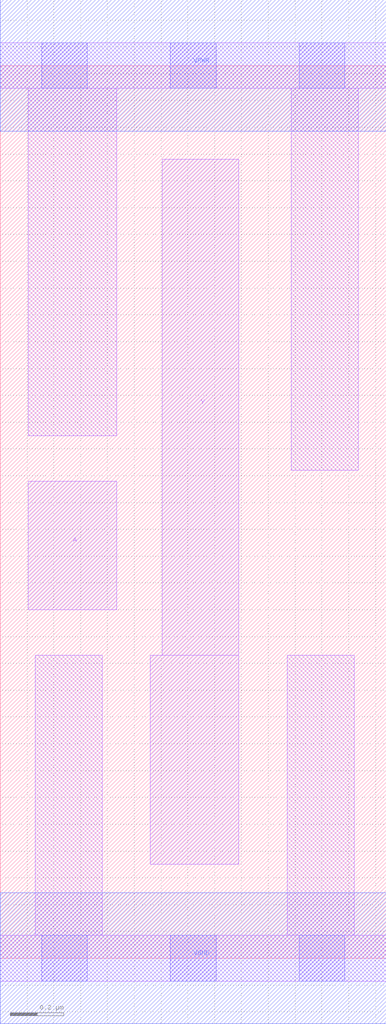
<source format=lef>
# Copyright 2020 The SkyWater PDK Authors
#
# Licensed under the Apache License, Version 2.0 (the "License");
# you may not use this file except in compliance with the License.
# You may obtain a copy of the License at
#
#     https://www.apache.org/licenses/LICENSE-2.0
#
# Unless required by applicable law or agreed to in writing, software
# distributed under the License is distributed on an "AS IS" BASIS,
# WITHOUT WARRANTIES OR CONDITIONS OF ANY KIND, either express or implied.
# See the License for the specific language governing permissions and
# limitations under the License.
#
# SPDX-License-Identifier: Apache-2.0

VERSION 5.7 ;
  NOWIREEXTENSIONATPIN ON ;
  DIVIDERCHAR "/" ;
  BUSBITCHARS "[]" ;
UNITS
  DATABASE MICRONS 200 ;
END UNITS
MACRO sky130_fd_sc_ls__inv_2
  CLASS CORE ;
  FOREIGN sky130_fd_sc_ls__inv_2 ;
  ORIGIN  0.000000  0.000000 ;
  SIZE  1.440000 BY  3.330000 ;
  SYMMETRY X Y ;
  SITE unit ;
  PIN A
    ANTENNAGATEAREA  0.558000 ;
    DIRECTION INPUT ;
    USE SIGNAL ;
    PORT
      LAYER li1 ;
        RECT 0.105000 1.300000 0.435000 1.780000 ;
    END
  END A
  PIN Y
    ANTENNADIFFAREA  0.543200 ;
    DIRECTION OUTPUT ;
    USE SIGNAL ;
    PORT
      LAYER li1 ;
        RECT 0.560000 0.350000 0.890000 1.130000 ;
        RECT 0.605000 1.130000 0.890000 2.980000 ;
    END
  END Y
  PIN VGND
    DIRECTION INOUT ;
    SHAPE ABUTMENT ;
    USE GROUND ;
    PORT
      LAYER met1 ;
        RECT 0.000000 -0.245000 1.440000 0.245000 ;
    END
  END VGND
  PIN VPWR
    DIRECTION INOUT ;
    SHAPE ABUTMENT ;
    USE POWER ;
    PORT
      LAYER met1 ;
        RECT 0.000000 3.085000 1.440000 3.575000 ;
    END
  END VPWR
  OBS
    LAYER li1 ;
      RECT 0.000000 -0.085000 1.440000 0.085000 ;
      RECT 0.000000  3.245000 1.440000 3.415000 ;
      RECT 0.105000  1.950000 0.435000 3.245000 ;
      RECT 0.130000  0.085000 0.380000 1.130000 ;
      RECT 1.070000  0.085000 1.320000 1.130000 ;
      RECT 1.085000  1.820000 1.335000 3.245000 ;
    LAYER mcon ;
      RECT 0.155000 -0.085000 0.325000 0.085000 ;
      RECT 0.155000  3.245000 0.325000 3.415000 ;
      RECT 0.635000 -0.085000 0.805000 0.085000 ;
      RECT 0.635000  3.245000 0.805000 3.415000 ;
      RECT 1.115000 -0.085000 1.285000 0.085000 ;
      RECT 1.115000  3.245000 1.285000 3.415000 ;
  END
END sky130_fd_sc_ls__inv_2
END LIBRARY

</source>
